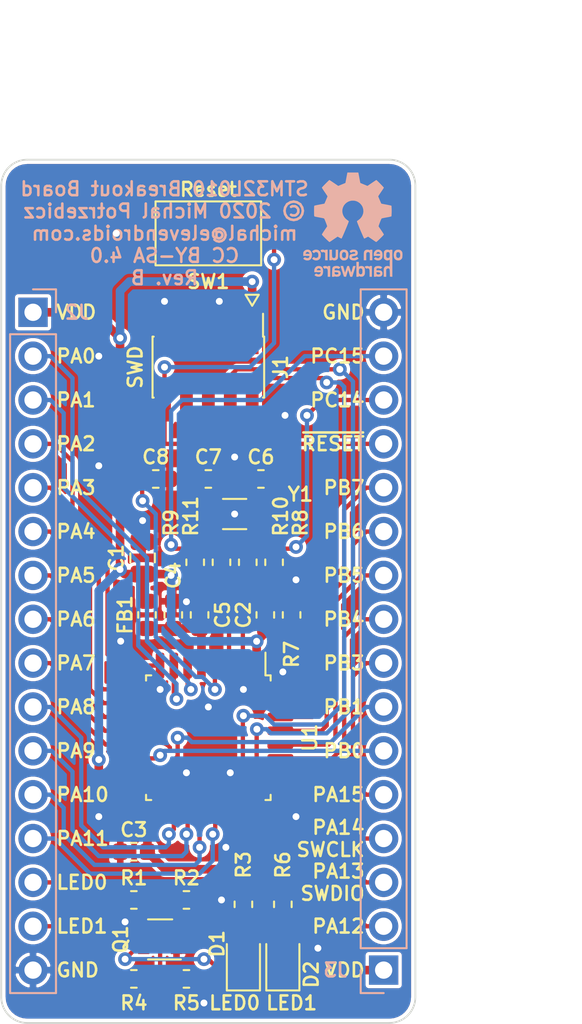
<source format=kicad_pcb>
(kicad_pcb (version 20171130) (host pcbnew 5.1.6)
  (title_block (title "STM32L010 Breakout Board") (date 2020-08-14) (rev B) (comment 1 "other STM32L0 and STM32L4 chips in LQFP-32 packages") (comment 2 "Universal STM32L010 breakout board compatible also with") (comment 3 "Michal Potrzebicz <michal@elevendroids.com>") (comment 4 "License: CC BY-SA 4.0"))
  (layers (0 F.Cu signal) (31 B.Cu signal) (34 B.Paste user) (35 F.Paste user) (36 B.SilkS user) (37 F.SilkS user) (38 B.Mask user) (39 F.Mask user) (44 Edge.Cuts user))
  (net 0 "")
  (net 1 GND)
  (net 2 VDD)
  (net 3 VDDA)
  (net 4 "Net-(C6-Pad1)")
  (net 5 "Net-(C7-Pad1)")
  (net 6 "Net-(D1-Pad2)")
  (net 7 "Net-(D1-Pad1)")
  (net 8 "Net-(D2-Pad2)")
  (net 9 "Net-(D2-Pad1)")
  (net 10 /~RESET)
  (net 11 "Net-(J1-Pad8)")
  (net 12 "Net-(J1-Pad7)")
  (net 13 "Net-(J1-Pad6)")
  (net 14 /PA14_SWCLK)
  (net 15 /PA13_SWDIO)
  (net 16 /LED1)
  (net 17 /LED0)
  (net 18 /PA11)
  (net 19 /PA10)
  (net 20 /PA9)
  (net 21 /PA8)
  (net 22 /PA7)
  (net 23 /PA6)
  (net 24 /PA5)
  (net 25 /PA4)
  (net 26 /PA3)
  (net 27 /PA2)
  (net 28 /PA1)
  (net 29 /PA0)
  (net 30 /PB7)
  (net 31 /PB6)
  (net 32 /PB5)
  (net 33 /PB4)
  (net 34 /PB3)
  (net 35 /PB1)
  (net 36 /PB0)
  (net 37 /PA15)
  (net 38 /PA12)
  (net 39 /PC15)
  (net 40 /PC14)
  (net 41 "Net-(Q1-Pad2)")
  (net 42 "Net-(Q1-Pad5)")
  (net 43 "Net-(R7-Pad1)")
  (net 44 /PC14_OSC32IN)
  (net 45 /PC15_OSC32OUT)
  (module Resistor_SMD:R_0603_1608Metric (layer F.Cu) (at 127.762 99.568 90)
    (fp_text reference R11 (at 2.667 -1.778 90) (layer F.SilkS) (effects (font (size 0.8 0.8))))
    (fp_text value 0R hide)
    (pad 2 smd roundrect (at 0.7875 0 90) (size 0.875 0.95) (layers F.Cu F.Paste F.Mask) (net 5 "Net-(C7-Pad1)"))
    (pad 1 smd roundrect (at -0.7875 0 90) (size 0.875 0.95) (layers F.Cu F.Paste F.Mask) (net 45 /PC15_OSC32OUT))
  )
  (module Resistor_SMD:R_0603_1608Metric (layer F.Cu) (at 129.286 99.568 90)
    (fp_text reference R10 (at 2.667 1.905 90) (layer F.SilkS) (effects (font (size 0.8 0.8))))
    (fp_text value 0R hide)
    (pad 2 smd roundrect (at 0.7875 0 90) (size 0.875 0.95) (layers F.Cu F.Paste F.Mask) (net 4 "Net-(C6-Pad1)"))
    (pad 1 smd roundrect (at -0.7875 0 90) (size 0.875 0.95) (layers F.Cu F.Paste F.Mask) (net 44 /PC14_OSC32IN))
  )
  (module Resistor_SMD:R_0603_1608Metric (layer F.Cu) (at 126.238 99.568 270)
    (fp_text reference R9 (at -2.286 1.397 270) (layer F.SilkS) (effects (font (size 0.8 0.8))))
    (fp_text value 0R hide)
    (pad 2 smd roundrect (at 0.7875 0 270) (size 0.875 0.95) (layers F.Cu F.Paste F.Mask) (net 45 /PC15_OSC32OUT))
    (pad 1 smd roundrect (at -0.7875 0 270) (size 0.875 0.95) (layers F.Cu F.Paste F.Mask) (net 39 /PC15))
  )
  (module Resistor_SMD:R_0603_1608Metric (layer F.Cu) (at 130.81 99.568 270)
    (fp_text reference R8 (at -2.286 -1.524 90) (layer F.SilkS) (effects (font (size 0.8 0.8))))
    (fp_text value 0R hide)
    (pad 2 smd roundrect (at 0.7875 0 270) (size 0.875 0.95) (layers F.Cu F.Paste F.Mask) (net 44 /PC14_OSC32IN))
    (pad 1 smd roundrect (at -0.7875 0 270) (size 0.875 0.95) (layers F.Cu F.Paste F.Mask) (net 40 /PC14))
  )
  (module Symbol:OSHW-Logo_5.7x6mm_SilkScreen (layer B.Cu) (at 135.382 80.01 180)
    (fp_text reference "#LOGO1" hide)
    (fp_text value OSHW-Logo_5.7x6mm_SilkScreen hide)
  )
  (module Capacitor_SMD:C_0603_1608Metric (layer F.Cu) (at 122.682 116.332 180)
    (fp_text reference C3 (at 0 1.27) (layer F.SilkS) (effects (font (size 0.8 0.8))))
    (fp_text value 100n hide)
    (pad 2 smd roundrect (at 0.7875 0 180) (size 0.875 0.95) (layers F.Cu F.Paste F.Mask) (net 1 GND))
    (pad 1 smd roundrect (at -0.7875 0 180) (size 0.875 0.95) (layers F.Cu F.Paste F.Mask) (net 2 VDD))
  )
  (module Button_Switch_SMD:SW_SPST_CK_RS282G05A3 (layer F.Cu) (at 127 80.518)
    (fp_text reference SW1 (at 0 2.794) (layer F.SilkS) (effects (font (size 0.8 0.8))))
    (fp_text value Reset (at 0 -2.54) (layer F.SilkS) (effects (font (size 0.8 0.8))))
    (pad 2 smd rect (at 3.9 0) (size 1.5 1.5) (layers F.Cu F.Paste F.Mask) (net 10 /~RESET))
    (pad 1 smd rect (at -3.9 0) (size 1.5 1.5) (layers F.Cu F.Paste F.Mask) (net 1 GND))
  )
  (module Capacitor_SMD:C_0603_1608Metric (layer F.Cu) (at 123.952 94.742)
    (fp_text reference C8 (at 0 -1.27) (layer F.SilkS) (effects (font (size 0.8 0.8))))
    (fp_text value 100n hide)
    (pad 2 smd roundrect (at 0.7875 0) (size 0.875 0.95) (layers F.Cu F.Paste F.Mask) (net 1 GND))
    (pad 1 smd roundrect (at -0.7875 0) (size 0.875 0.95) (layers F.Cu F.Paste F.Mask) (net 10 /~RESET))
  )
  (module Resistor_SMD:R_0603_1608Metric (layer F.Cu) (at 131.826 102.616 90)
    (fp_text reference R7 (at -2.286 0 90) (layer F.SilkS) (effects (font (size 0.8 0.8))))
    (fp_text value 10k hide)
    (pad 2 smd roundrect (at 0.7875 0 90) (size 0.875 0.95) (layers F.Cu F.Paste F.Mask) (net 1 GND))
    (pad 1 smd roundrect (at -0.7875 0 90) (size 0.875 0.95) (layers F.Cu F.Paste F.Mask) (net 43 "Net-(R7-Pad1)"))
  )
  (module Crystal:Crystal_SMD_3215-2Pin_3.2x1.5mm (layer F.Cu) (at 128.524 96.774)
    (fp_text reference Y1 (at 3.81 -1.143) (layer F.SilkS) (effects (font (size 0.8 0.8))))
    (fp_text value 32.768kHz hide)
    (pad 1 smd rect (at 1.25 0) (size 1 1.8) (layers F.Cu F.Paste F.Mask) (net 4 "Net-(C6-Pad1)"))
    (pad 2 smd rect (at -1.25 0) (size 1 1.8) (layers F.Cu F.Paste F.Mask) (net 5 "Net-(C7-Pad1)"))
  )
  (module Package_QFP:LQFP-32_7x7mm_P0.8mm (layer F.Cu) (at 127 109.728 270)
    (fp_text reference U1 (at 0 -5.88 90) (layer F.SilkS) (effects (font (size 0.8 0.8))))
    (fp_text value STM32L010K8Tx hide)
    (pad 32 smd roundrect (at -2.8 -4.175 270) (size 0.5 1.5) (layers F.Cu F.Paste F.Mask) (net 1 GND))
    (pad 31 smd roundrect (at -2 -4.175 270) (size 0.5 1.5) (layers F.Cu F.Paste F.Mask) (net 43 "Net-(R7-Pad1)"))
    (pad 30 smd roundrect (at -1.2 -4.175 270) (size 0.5 1.5) (layers F.Cu F.Paste F.Mask) (net 30 /PB7))
    (pad 29 smd roundrect (at -0.4 -4.175 270) (size 0.5 1.5) (layers F.Cu F.Paste F.Mask) (net 31 /PB6))
    (pad 28 smd roundrect (at 0.4 -4.175 270) (size 0.5 1.5) (layers F.Cu F.Paste F.Mask) (net 32 /PB5))
    (pad 27 smd roundrect (at 1.2 -4.175 270) (size 0.5 1.5) (layers F.Cu F.Paste F.Mask) (net 33 /PB4))
    (pad 26 smd roundrect (at 2 -4.175 270) (size 0.5 1.5) (layers F.Cu F.Paste F.Mask) (net 34 /PB3))
    (pad 25 smd roundrect (at 2.8 -4.175 270) (size 0.5 1.5) (layers F.Cu F.Paste F.Mask) (net 37 /PA15))
    (pad 24 smd roundrect (at 4.175 -2.8 270) (size 1.5 0.5) (layers F.Cu F.Paste F.Mask) (net 14 /PA14_SWCLK))
    (pad 23 smd roundrect (at 4.175 -2 270) (size 1.5 0.5) (layers F.Cu F.Paste F.Mask) (net 15 /PA13_SWDIO))
    (pad 22 smd roundrect (at 4.175 -1.2 270) (size 1.5 0.5) (layers F.Cu F.Paste F.Mask) (net 38 /PA12))
    (pad 21 smd roundrect (at 4.175 -0.4 270) (size 1.5 0.5) (layers F.Cu F.Paste F.Mask) (net 18 /PA11))
    (pad 20 smd roundrect (at 4.175 0.4 270) (size 1.5 0.5) (layers F.Cu F.Paste F.Mask) (net 19 /PA10))
    (pad 19 smd roundrect (at 4.175 1.2 270) (size 1.5 0.5) (layers F.Cu F.Paste F.Mask) (net 20 /PA9))
    (pad 18 smd roundrect (at 4.175 2 270) (size 1.5 0.5) (layers F.Cu F.Paste F.Mask) (net 21 /PA8))
    (pad 17 smd roundrect (at 4.175 2.8 270) (size 1.5 0.5) (layers F.Cu F.Paste F.Mask) (net 2 VDD))
    (pad 16 smd roundrect (at 2.8 4.175 270) (size 0.5 1.5) (layers F.Cu F.Paste F.Mask) (net 1 GND))
    (pad 15 smd roundrect (at 2 4.175 270) (size 0.5 1.5) (layers F.Cu F.Paste F.Mask) (net 35 /PB1))
    (pad 14 smd roundrect (at 1.2 4.175 270) (size 0.5 1.5) (layers F.Cu F.Paste F.Mask) (net 36 /PB0))
    (pad 13 smd roundrect (at 0.4 4.175 270) (size 0.5 1.5) (layers F.Cu F.Paste F.Mask) (net 22 /PA7))
    (pad 12 smd roundrect (at -0.4 4.175 270) (size 0.5 1.5) (layers F.Cu F.Paste F.Mask) (net 23 /PA6))
    (pad 11 smd roundrect (at -1.2 4.175 270) (size 0.5 1.5) (layers F.Cu F.Paste F.Mask) (net 24 /PA5))
    (pad 10 smd roundrect (at -2 4.175 270) (size 0.5 1.5) (layers F.Cu F.Paste F.Mask) (net 25 /PA4))
    (pad 9 smd roundrect (at -2.8 4.175 270) (size 0.5 1.5) (layers F.Cu F.Paste F.Mask) (net 26 /PA3))
    (pad 8 smd roundrect (at -4.175 2.8 270) (size 1.5 0.5) (layers F.Cu F.Paste F.Mask) (net 27 /PA2))
    (pad 7 smd roundrect (at -4.175 2 270) (size 1.5 0.5) (layers F.Cu F.Paste F.Mask) (net 28 /PA1))
    (pad 6 smd roundrect (at -4.175 1.2 270) (size 1.5 0.5) (layers F.Cu F.Paste F.Mask) (net 29 /PA0))
    (pad 5 smd roundrect (at -4.175 0.4 270) (size 1.5 0.5) (layers F.Cu F.Paste F.Mask) (net 3 VDDA))
    (pad 4 smd roundrect (at -4.175 -0.4 270) (size 1.5 0.5) (layers F.Cu F.Paste F.Mask) (net 10 /~RESET))
    (pad 3 smd roundrect (at -4.175 -1.2 270) (size 1.5 0.5) (layers F.Cu F.Paste F.Mask) (net 45 /PC15_OSC32OUT))
    (pad 2 smd roundrect (at -4.175 -2 270) (size 1.5 0.5) (layers F.Cu F.Paste F.Mask) (net 44 /PC14_OSC32IN))
    (pad 1 smd roundrect (at -4.175 -2.8 270) (size 1.5 0.5) (layers F.Cu F.Paste F.Mask) (net 2 VDD))
  )
  (module Resistor_SMD:R_0603_1608Metric (layer F.Cu) (at 131.318 119.38 270)
    (fp_text reference R6 (at -2.286 0 90) (layer F.SilkS) (effects (font (size 0.8 0.8))))
    (fp_text value 330R hide)
    (pad 2 smd roundrect (at 0.7875 0 270) (size 0.875 0.95) (layers F.Cu F.Paste F.Mask) (net 8 "Net-(D2-Pad2)"))
    (pad 1 smd roundrect (at -0.7875 0 270) (size 0.875 0.95) (layers F.Cu F.Paste F.Mask) (net 2 VDD))
  )
  (module Resistor_SMD:R_0603_1608Metric (layer F.Cu) (at 125.73 123.698 180)
    (fp_text reference R5 (at 0 -1.397 180) (layer F.SilkS) (effects (font (size 0.8 0.8))))
    (fp_text value 100k hide)
    (pad 2 smd roundrect (at 0.7875 0 180) (size 0.875 0.95) (layers F.Cu F.Paste F.Mask) (net 42 "Net-(Q1-Pad5)"))
    (pad 1 smd roundrect (at -0.7875 0 180) (size 0.875 0.95) (layers F.Cu F.Paste F.Mask) (net 1 GND))
  )
  (module Resistor_SMD:R_0603_1608Metric (layer F.Cu) (at 122.682 123.698 180)
    (fp_text reference R4 (at 0 -1.397 180) (layer F.SilkS) (effects (font (size 0.8 0.8))))
    (fp_text value 47k hide)
    (pad 2 smd roundrect (at 0.7875 0 180) (size 0.875 0.95) (layers F.Cu F.Paste F.Mask) (net 16 /LED1))
    (pad 1 smd roundrect (at -0.7875 0 180) (size 0.875 0.95) (layers F.Cu F.Paste F.Mask) (net 42 "Net-(Q1-Pad5)"))
  )
  (module Resistor_SMD:R_0603_1608Metric (layer F.Cu) (at 129.032 119.38 270)
    (fp_text reference R3 (at -2.286 0 90) (layer F.SilkS) (effects (font (size 0.8 0.8))))
    (fp_text value 330R hide)
    (pad 2 smd roundrect (at 0.7875 0 270) (size 0.875 0.95) (layers F.Cu F.Paste F.Mask) (net 6 "Net-(D1-Pad2)"))
    (pad 1 smd roundrect (at -0.7875 0 270) (size 0.875 0.95) (layers F.Cu F.Paste F.Mask) (net 2 VDD))
  )
  (module Resistor_SMD:R_0603_1608Metric (layer F.Cu) (at 125.73 119.126 180)
    (fp_text reference R2 (at 0 1.27 180) (layer F.SilkS) (effects (font (size 0.8 0.8))))
    (fp_text value 100k hide)
    (pad 2 smd roundrect (at 0.7875 0 180) (size 0.875 0.95) (layers F.Cu F.Paste F.Mask) (net 41 "Net-(Q1-Pad2)"))
    (pad 1 smd roundrect (at -0.7875 0 180) (size 0.875 0.95) (layers F.Cu F.Paste F.Mask) (net 1 GND))
  )
  (module Resistor_SMD:R_0603_1608Metric (layer F.Cu) (at 122.682 119.126 180)
    (fp_text reference R1 (at 0 1.27 180) (layer F.SilkS) (effects (font (size 0.8 0.8))))
    (fp_text value 47k hide)
    (pad 2 smd roundrect (at 0.7875 0 180) (size 0.875 0.95) (layers F.Cu F.Paste F.Mask) (net 17 /LED0))
    (pad 1 smd roundrect (at -0.7875 0 180) (size 0.875 0.95) (layers F.Cu F.Paste F.Mask) (net 41 "Net-(Q1-Pad2)"))
  )
  (module Package_TO_SOT_SMD:SOT-363_SC-70-6 (layer F.Cu) (at 124.206 121.412 180)
    (fp_text reference Q1 (at 2.286 0 90) (layer F.SilkS) (effects (font (size 0.8 0.8))))
    (fp_text value BC847CDW1 hide)
    (pad 6 smd rect (at 0.95 -0.65 180) (size 0.65 0.4) (layers F.Cu F.Paste F.Mask) (net 7 "Net-(D1-Pad1)"))
    (pad 4 smd rect (at 0.95 0.65 180) (size 0.65 0.4) (layers F.Cu F.Paste F.Mask) (net 1 GND))
    (pad 2 smd rect (at -0.95 0 180) (size 0.65 0.4) (layers F.Cu F.Paste F.Mask) (net 41 "Net-(Q1-Pad2)"))
    (pad 5 smd rect (at 0.95 0 180) (size 0.65 0.4) (layers F.Cu F.Paste F.Mask) (net 42 "Net-(Q1-Pad5)"))
    (pad 3 smd rect (at -0.95 0.65 180) (size 0.65 0.4) (layers F.Cu F.Paste F.Mask) (net 9 "Net-(D2-Pad1)"))
    (pad 1 smd rect (at -0.95 -0.65 180) (size 0.65 0.4) (layers F.Cu F.Paste F.Mask) (net 1 GND))
  )
  (module Connector_PinHeader_2.54mm:PinHeader_1x16_P2.54mm_Vertical (layer B.Cu) (at 137.16 123.19)
    (fp_text reference J3 (at -2.794 0) (layer B.SilkS) (effects (font (size 0.8 0.8)) (justify mirror)))
    (fp_text value Right hide)
    (pad 16 thru_hole oval (at 0 -38.1) (size 1.7 1.7) (drill 1) (layers *.Cu *.Mask) (net 1 GND))
    (pad 15 thru_hole oval (at 0 -35.56) (size 1.7 1.7) (drill 1) (layers *.Cu *.Mask) (net 39 /PC15))
    (pad 14 thru_hole oval (at 0 -33.02) (size 1.7 1.7) (drill 1) (layers *.Cu *.Mask) (net 40 /PC14))
    (pad 13 thru_hole oval (at 0 -30.48) (size 1.7 1.7) (drill 1) (layers *.Cu *.Mask) (net 10 /~RESET))
    (pad 12 thru_hole oval (at 0 -27.94) (size 1.7 1.7) (drill 1) (layers *.Cu *.Mask) (net 30 /PB7))
    (pad 11 thru_hole oval (at 0 -25.4) (size 1.7 1.7) (drill 1) (layers *.Cu *.Mask) (net 31 /PB6))
    (pad 10 thru_hole oval (at 0 -22.86) (size 1.7 1.7) (drill 1) (layers *.Cu *.Mask) (net 32 /PB5))
    (pad 9 thru_hole oval (at 0 -20.32) (size 1.7 1.7) (drill 1) (layers *.Cu *.Mask) (net 33 /PB4))
    (pad 8 thru_hole oval (at 0 -17.78) (size 1.7 1.7) (drill 1) (layers *.Cu *.Mask) (net 34 /PB3))
    (pad 7 thru_hole oval (at 0 -15.24) (size 1.7 1.7) (drill 1) (layers *.Cu *.Mask) (net 35 /PB1))
    (pad 6 thru_hole oval (at 0 -12.7) (size 1.7 1.7) (drill 1) (layers *.Cu *.Mask) (net 36 /PB0))
    (pad 5 thru_hole oval (at 0 -10.16) (size 1.7 1.7) (drill 1) (layers *.Cu *.Mask) (net 37 /PA15))
    (pad 4 thru_hole oval (at 0 -7.62) (size 1.7 1.7) (drill 1) (layers *.Cu *.Mask) (net 14 /PA14_SWCLK))
    (pad 3 thru_hole oval (at 0 -5.08) (size 1.7 1.7) (drill 1) (layers *.Cu *.Mask) (net 15 /PA13_SWDIO))
    (pad 2 thru_hole oval (at 0 -2.54) (size 1.7 1.7) (drill 1) (layers *.Cu *.Mask) (net 38 /PA12))
    (pad 1 thru_hole rect (at 0 0) (size 1.7 1.7) (drill 1) (layers *.Cu *.Mask) (net 2 VDD))
  )
  (module Connector_PinHeader_2.54mm:PinHeader_1x16_P2.54mm_Vertical (layer B.Cu) (at 116.84 85.09 180)
    (fp_text reference J2 (at -2.54 0) (layer B.SilkS) (effects (font (size 0.8 0.8)) (justify mirror)))
    (fp_text value Left hide)
    (pad 16 thru_hole oval (at 0 -38.1 180) (size 1.7 1.7) (drill 1) (layers *.Cu *.Mask) (net 1 GND))
    (pad 15 thru_hole oval (at 0 -35.56 180) (size 1.7 1.7) (drill 1) (layers *.Cu *.Mask) (net 16 /LED1))
    (pad 14 thru_hole oval (at 0 -33.02 180) (size 1.7 1.7) (drill 1) (layers *.Cu *.Mask) (net 17 /LED0))
    (pad 13 thru_hole oval (at 0 -30.48 180) (size 1.7 1.7) (drill 1) (layers *.Cu *.Mask) (net 18 /PA11))
    (pad 12 thru_hole oval (at 0 -27.94 180) (size 1.7 1.7) (drill 1) (layers *.Cu *.Mask) (net 19 /PA10))
    (pad 11 thru_hole oval (at 0 -25.4 180) (size 1.7 1.7) (drill 1) (layers *.Cu *.Mask) (net 20 /PA9))
    (pad 10 thru_hole oval (at 0 -22.86 180) (size 1.7 1.7) (drill 1) (layers *.Cu *.Mask) (net 21 /PA8))
    (pad 9 thru_hole oval (at 0 -20.32 180) (size 1.7 1.7) (drill 1) (layers *.Cu *.Mask) (net 22 /PA7))
    (pad 8 thru_hole oval (at 0 -17.78 180) (size 1.7 1.7) (drill 1) (layers *.Cu *.Mask) (net 23 /PA6))
    (pad 7 thru_hole oval (at 0 -15.24 180) (size 1.7 1.7) (drill 1) (layers *.Cu *.Mask) (net 24 /PA5))
    (pad 6 thru_hole oval (at 0 -12.7 180) (size 1.7 1.7) (drill 1) (layers *.Cu *.Mask) (net 25 /PA4))
    (pad 5 thru_hole oval (at 0 -10.16 180) (size 1.7 1.7) (drill 1) (layers *.Cu *.Mask) (net 26 /PA3))
    (pad 4 thru_hole oval (at 0 -7.62 180) (size 1.7 1.7) (drill 1) (layers *.Cu *.Mask) (net 27 /PA2))
    (pad 3 thru_hole oval (at 0 -5.08 180) (size 1.7 1.7) (drill 1) (layers *.Cu *.Mask) (net 28 /PA1))
    (pad 2 thru_hole oval (at 0 -2.54 180) (size 1.7 1.7) (drill 1) (layers *.Cu *.Mask) (net 29 /PA0))
    (pad 1 thru_hole rect (at 0 0 180) (size 1.7 1.7) (drill 1) (layers *.Cu *.Mask) (net 2 VDD))
  )
  (module Connector_PinHeader_1.27mm:PinHeader_2x05_P1.27mm_Vertical_SMD (layer F.Cu) (at 127 88.265 270)
    (fp_text reference J1 (at 0 -4.191 90) (layer F.SilkS) (effects (font (size 0.8 0.8))))
    (fp_text value SWD (at 0 4.235 90) (layer F.SilkS) (effects (font (size 0.8 0.8))))
    (pad 10 smd rect (at 1.95 2.54 270) (size 2.4 0.74) (layers F.Cu F.Paste F.Mask) (net 10 /~RESET))
    (pad 9 smd rect (at -1.95 2.54 270) (size 2.4 0.74) (layers F.Cu F.Paste F.Mask) (net 1 GND))
    (pad 8 smd rect (at 1.95 1.27 270) (size 2.4 0.74) (layers F.Cu F.Paste F.Mask) (net 11 "Net-(J1-Pad8)"))
    (pad 7 smd rect (at -1.95 1.27 270) (size 2.4 0.74) (layers F.Cu F.Paste F.Mask) (net 12 "Net-(J1-Pad7)"))
    (pad 6 smd rect (at 1.95 0 270) (size 2.4 0.74) (layers F.Cu F.Paste F.Mask) (net 13 "Net-(J1-Pad6)"))
    (pad 5 smd rect (at -1.95 0 270) (size 2.4 0.74) (layers F.Cu F.Paste F.Mask) (net 1 GND))
    (pad 4 smd rect (at 1.95 -1.27 270) (size 2.4 0.74) (layers F.Cu F.Paste F.Mask) (net 14 /PA14_SWCLK))
    (pad 3 smd rect (at -1.95 -1.27 270) (size 2.4 0.74) (layers F.Cu F.Paste F.Mask) (net 1 GND))
    (pad 2 smd rect (at 1.95 -2.54 270) (size 2.4 0.74) (layers F.Cu F.Paste F.Mask) (net 15 /PA13_SWDIO))
    (pad 1 smd rect (at -1.95 -2.54 270) (size 2.4 0.74) (layers F.Cu F.Paste F.Mask) (net 2 VDD))
  )
  (module Inductor_SMD:L_0603_1608Metric (layer F.Cu) (at 123.444 102.616 90)
    (fp_text reference FB1 (at 0 -1.27 90) (layer F.SilkS) (effects (font (size 0.8 0.8))))
    (fp_text value Bead hide)
    (pad 2 smd roundrect (at 0.7875 0 90) (size 0.875 0.95) (layers F.Cu F.Paste F.Mask) (net 2 VDD))
    (pad 1 smd roundrect (at -0.7875 0 90) (size 0.875 0.95) (layers F.Cu F.Paste F.Mask) (net 3 VDDA))
  )
  (module LED_SMD:LED_0805_2012Metric (layer F.Cu) (at 131.318 122.682 90)
    (fp_text reference D2 (at -0.762 1.651 90) (layer F.SilkS) (effects (font (size 0.8 0.8))))
    (fp_text value LED1 (at -2.413 0.508 180) (layer F.SilkS) (effects (font (size 0.8 0.8))))
    (pad 2 smd roundrect (at 0.9375 0 90) (size 0.975 1.4) (layers F.Cu F.Paste F.Mask) (net 8 "Net-(D2-Pad2)"))
    (pad 1 smd roundrect (at -0.9375 0 90) (size 0.975 1.4) (layers F.Cu F.Paste F.Mask) (net 9 "Net-(D2-Pad1)"))
  )
  (module LED_SMD:LED_0805_2012Metric (layer F.Cu) (at 129.032 122.682 90)
    (fp_text reference D1 (at 1.016 -1.524 270) (layer F.SilkS) (effects (font (size 0.8 0.8))))
    (fp_text value LED0 (at -2.413 -0.508 180) (layer F.SilkS) (effects (font (size 0.8 0.8))))
    (pad 2 smd roundrect (at 0.9375 0 90) (size 0.975 1.4) (layers F.Cu F.Paste F.Mask) (net 6 "Net-(D1-Pad2)"))
    (pad 1 smd roundrect (at -0.9375 0 90) (size 0.975 1.4) (layers F.Cu F.Paste F.Mask) (net 7 "Net-(D1-Pad1)"))
  )
  (module Capacitor_SMD:C_0603_1608Metric (layer F.Cu) (at 127 94.742)
    (fp_text reference C7 (at 0 -1.27 180) (layer F.SilkS) (effects (font (size 0.8 0.8))))
    (fp_text value 12p* hide)
    (pad 2 smd roundrect (at 0.7875 0) (size 0.875 0.95) (layers F.Cu F.Paste F.Mask) (net 1 GND))
    (pad 1 smd roundrect (at -0.7875 0) (size 0.875 0.95) (layers F.Cu F.Paste F.Mask) (net 5 "Net-(C7-Pad1)"))
  )
  (module Capacitor_SMD:C_0603_1608Metric (layer F.Cu) (at 130.048 94.742 180)
    (fp_text reference C6 (at 0 1.27 180) (layer F.SilkS) (effects (font (size 0.8 0.8))))
    (fp_text value 12p* hide)
    (pad 2 smd roundrect (at 0.7875 0 180) (size 0.875 0.95) (layers F.Cu F.Paste F.Mask) (net 1 GND))
    (pad 1 smd roundrect (at -0.7875 0 180) (size 0.875 0.95) (layers F.Cu F.Paste F.Mask) (net 4 "Net-(C6-Pad1)"))
  )
  (module Capacitor_SMD:C_0603_1608Metric (layer F.Cu) (at 126.492 102.616 90)
    (fp_text reference C5 (at 0 1.3335 90) (layer F.SilkS) (effects (font (size 0.8 0.8))))
    (fp_text value 100n hide)
    (pad 2 smd roundrect (at 0.7875 0 90) (size 0.875 0.95) (layers F.Cu F.Paste F.Mask) (net 1 GND))
    (pad 1 smd roundrect (at -0.7875 0 90) (size 0.875 0.95) (layers F.Cu F.Paste F.Mask) (net 3 VDDA))
  )
  (module Capacitor_SMD:C_0603_1608Metric (layer F.Cu) (at 124.968 102.616 90)
    (fp_text reference C4 (at 2.286 0 90) (layer F.SilkS) (effects (font (size 0.8 0.8))))
    (fp_text value 1u hide)
    (pad 2 smd roundrect (at 0.7875 0 90) (size 0.875 0.95) (layers F.Cu F.Paste F.Mask) (net 1 GND))
    (pad 1 smd roundrect (at -0.7875 0 90) (size 0.875 0.95) (layers F.Cu F.Paste F.Mask) (net 3 VDDA))
  )
  (module Capacitor_SMD:C_0603_1608Metric (layer F.Cu) (at 130.302 102.616 90)
    (fp_text reference C2 (at 0 -1.27 90) (layer F.SilkS) (effects (font (size 0.8 0.8))))
    (fp_text value 100n hide)
    (pad 2 smd roundrect (at 0.7875 0 90) (size 0.875 0.95) (layers F.Cu F.Paste F.Mask) (net 1 GND))
    (pad 1 smd roundrect (at -0.7875 0 90) (size 0.875 0.95) (layers F.Cu F.Paste F.Mask) (net 2 VDD))
  )
  (module Capacitor_SMD:C_0805_2012Metric (layer F.Cu) (at 123.19 99.314 90)
    (fp_text reference C1 (at 0 -1.524 90) (layer F.SilkS) (effects (font (size 0.8 0.8))))
    (fp_text value 10u hide)
    (pad 2 smd roundrect (at 0.9375 0 90) (size 0.975 1.4) (layers F.Cu F.Paste F.Mask) (net 1 GND))
    (pad 1 smd roundrect (at -0.9375 0 90) (size 0.975 1.4) (layers F.Cu F.Paste F.Mask) (net 2 VDD))
  )
  (gr_arc (start 116.5 77.75) (end 116.5 76.25) (angle -90) (layer Edge.Cuts) (width 0.1))
  (gr_arc (start 137.5 77.75) (end 139 77.75) (angle -90) (layer Edge.Cuts) (width 0.1))
  (gr_arc (start 116.5 124.75) (end 115 124.75) (angle -90) (layer Edge.Cuts) (width 0.1))
  (gr_arc (start 137.5 124.75) (end 137.5 126.25) (angle -90) (layer Edge.Cuts) (width 0.1))
  (gr_line (start 129.54 84.709) (end 129.921 84.074) (layer F.SilkS) (width 0.12))
  (gr_line (start 129.159 84.074) (end 129.54 84.709) (layer F.SilkS) (width 0.12))
  (gr_line (start 129.921 84.074) (end 129.159 84.074) (layer F.SilkS) (width 0.12))
  (gr_text "STM32L010 Breakout Board\n© 2020 Michal Potrzebicz\nmichal@elevendroids.com\nCC BY-SA 4.0\nRev. B" (at 124.46 80.518) (layer B.SilkS) (effects (font (size 0.8 0.8)) (justify mirror)))
  (gr_text VDD (at 136.144 123.19) (layer F.SilkS) (effects (font (size 0.8 0.8)) (justify right)))
  (gr_text PA12 (at 136.144 120.65) (layer F.SilkS) (effects (font (size 0.8 0.8)) (justify right)))
  (gr_text "PA13\nSWDIO" (at 136.144 118.11) (layer F.SilkS) (effects (font (size 0.8 0.8)) (justify right)))
  (gr_text "PA14\nSWCLK" (at 136.144 115.57) (layer F.SilkS) (effects (font (size 0.8 0.8)) (justify right)))
  (gr_text PA15 (at 136.144 113.03) (layer F.SilkS) (effects (font (size 0.8 0.8)) (justify right)))
  (gr_text PB0 (at 136.144 110.49) (layer F.SilkS) (effects (font (size 0.8 0.8)) (justify right)))
  (gr_text PB1 (at 136.144 107.95) (layer F.SilkS) (effects (font (size 0.8 0.8)) (justify right)))
  (gr_text PB3 (at 136.144 105.41) (layer F.SilkS) (effects (font (size 0.8 0.8)) (justify right)))
  (gr_text PB4 (at 136.144 102.87) (layer F.SilkS) (effects (font (size 0.8 0.8)) (justify right)))
  (gr_text PB5 (at 136.144 100.33) (layer F.SilkS) (effects (font (size 0.8 0.8)) (justify right)))
  (gr_text PB6 (at 136.144 97.79) (layer F.SilkS) (effects (font (size 0.8 0.8)) (justify right)))
  (gr_text PB7 (at 136.144 95.25) (layer F.SilkS) (effects (font (size 0.8 0.8)) (justify right)))
  (gr_text ~RESET (at 136.144 92.71) (layer F.SilkS) (effects (font (size 0.8 0.8)) (justify right)))
  (gr_text PC14 (at 136.144 90.17) (layer F.SilkS) (effects (font (size 0.8 0.8)) (justify right)))
  (gr_text PC15 (at 136.144 87.63) (layer F.SilkS) (effects (font (size 0.8 0.8)) (justify right)))
  (gr_text GND (at 136.144 85.09) (layer F.SilkS) (effects (font (size 0.8 0.8)) (justify right)))
  (gr_text GND (at 118.11 123.19) (layer F.SilkS) (effects (font (size 0.8 0.8)) (justify left)))
  (gr_text LED1 (at 118.11 120.65) (layer F.SilkS) (effects (font (size 0.8 0.8)) (justify left)))
  (gr_text LED0 (at 118.11 118.11) (layer F.SilkS) (effects (font (size 0.8 0.8)) (justify left)))
  (gr_text PA11 (at 118.11 115.57) (layer F.SilkS) (effects (font (size 0.8 0.8)) (justify left)))
  (gr_text PA10 (at 118.11 113.03) (layer F.SilkS) (effects (font (size 0.8 0.8)) (justify left)))
  (gr_text PA9 (at 118.11 110.49) (layer F.SilkS) (effects (font (size 0.8 0.8)) (justify left)))
  (gr_text PA8 (at 118.11 107.95) (layer F.SilkS) (effects (font (size 0.8 0.8)) (justify left)))
  (gr_text PA7 (at 118.11 105.41) (layer F.SilkS) (effects (font (size 0.8 0.8)) (justify left)))
  (gr_text PA6 (at 118.11 102.87) (layer F.SilkS) (effects (font (size 0.8 0.8)) (justify left)))
  (gr_text PA5 (at 118.11 100.33) (layer F.SilkS) (effects (font (size 0.8 0.8)) (justify left)))
  (gr_text PA4 (at 118.11 97.79) (layer F.SilkS) (effects (font (size 0.8 0.8)) (justify left)))
  (gr_text PA3 (at 118.11 95.25) (layer F.SilkS) (effects (font (size 0.8 0.8)) (justify left)))
  (gr_text PA2 (at 118.11 92.71) (layer F.SilkS) (effects (font (size 0.8 0.8)) (justify left)))
  (gr_text PA1 (at 118.11 90.17) (layer F.SilkS) (effects (font (size 0.8 0.8)) (justify left)))
  (gr_text PA0 (at 118.11 87.63) (layer F.SilkS) (effects (font (size 0.8 0.8)) (justify left)))
  (gr_text VDD (at 118.11 85.09) (layer F.SilkS) (effects (font (size 0.8 0.8)) (justify left)))
  (gr_line (start 115 124.75) (end 115 77.75) (layer Edge.Cuts) (width 0.1))
  (gr_line (start 137.5 126.25) (end 116.5 126.25) (layer Edge.Cuts) (width 0.1))
  (gr_line (start 139 77.75) (end 139 124.75) (layer Edge.Cuts) (width 0.1))
  (gr_line (start 116.5 76.25) (end 137.5 76.25) (layer Edge.Cuts) (width 0.1))
  (via (at 132.08 100.584) (size 0.8) (drill 0.4) (layers F.Cu B.Cu) (net 1))
  (via (at 125.73 111.76) (size 0.8) (drill 0.4) (layers F.Cu B.Cu) (net 1))
  (via (at 129.032 106.934) (size 0.8) (drill 0.4) (layers F.Cu B.Cu) (net 1))
  (via (at 127.635 84.455) (size 0.8) (drill 0.4) (layers F.Cu B.Cu) (net 1))
  (via (at 124.46 84.455) (size 0.8) (drill 0.4) (layers F.Cu B.Cu) (net 1))
  (via (at 123.19 97.155) (size 0.8) (drill 0.4) (layers F.Cu B.Cu) (net 1))
  (via (at 125.73 101.854) (size 0.8) (drill 0.4) (layers F.Cu B.Cu) (net 1))
  (via (at 131.318 105.918) (size 0.8) (drill 0.4) (layers F.Cu B.Cu) (net 1))
  (via (at 128.016 116.078) (size 0.8) (drill 0.4) (layers F.Cu B.Cu) (net 1))
  (via (at 133.35 121.92) (size 0.8) (drill 0.4) (layers F.Cu B.Cu) (net 1))
  (via (at 121.666 80.518) (size 0.8) (drill 0.4) (layers F.Cu B.Cu) (net 1))
  (via (at 120.65 114.3) (size 0.8) (drill 0.4) (layers F.Cu B.Cu) (net 1))
  (via (at 120.65 87.63) (size 0.8) (drill 0.4) (layers F.Cu B.Cu) (net 1))
  (via (at 120.65 93.98) (size 0.8) (drill 0.4) (layers F.Cu B.Cu) (net 1))
  (via (at 132.08 114.3) (size 0.8) (drill 0.4) (layers F.Cu B.Cu) (net 1))
  (via (at 121.92 104.14) (size 0.8) (drill 0.4) (layers F.Cu B.Cu) (net 1))
  (via (at 128.524 93.472) (size 0.8) (drill 0.4) (layers F.Cu B.Cu) (net 1))
  (via (at 127 107.95) (size 0.8) (drill 0.4) (layers F.Cu B.Cu) (net 1))
  (via (at 128.524 96.774) (size 0.8) (drill 0.4) (layers F.Cu B.Cu) (net 1))
  (via (at 127.762 119.126) (size 0.8) (drill 0.4) (layers F.Cu B.Cu) (net 1))
  (via (at 126.746 125.095) (size 0.8) (drill 0.4) (layers F.Cu B.Cu) (net 1))
  (via (at 122.174 120.396) (size 0.8) (drill 0.4) (layers F.Cu B.Cu) (net 1))
  (via (at 131.445 91.059) (size 0.8) (drill 0.4) (layers F.Cu B.Cu) (net 1))
  (via (at 128.27 111.76) (size 0.8) (drill 0.4) (layers F.Cu B.Cu) (net 1))
  (via (at 124.206 106.934) (size 0.8) (drill 0.4) (layers F.Cu B.Cu) (net 1))
  (segment (start 123.19 101.5745) (end 123.444 101.8285) (width 0.5) (layer F.Cu) (net 2))
  (via (at 120.65 110.998) (size 0.8) (drill 0.4) (layers F.Cu B.Cu) (net 2))
  (segment (start 120.65 113.03) (end 120.65 110.998) (width 0.5) (layer F.Cu) (net 2))
  (segment (start 121.523 113.903) (end 120.65 113.03) (width 0.5) (layer F.Cu) (net 2))
  (segment (start 123.19 100.965) (end 123.19 101.5745) (width 0.5) (layer F.Cu) (net 2))
  (segment (start 123.19 100.2515) (end 123.19 100.965) (width 0.5) (layer F.Cu) (net 2))
  (segment (start 123.587 113.903) (end 121.523 113.903) (width 0.5) (layer F.Cu) (net 2))
  (segment (start 124.2 113.903) (end 123.587 113.903) (width 0.5) (layer F.Cu) (net 2))
  (segment (start 129.8 104.4) (end 129.8 105.553) (width 0.5) (layer F.Cu) (net 2))
  (segment (start 129.8 104.146) (end 129.8 104.146) (width 0.5) (layer F.Cu) (net 2))
  (segment (start 130.302 103.644) (end 129.8 104.146) (width 0.5) (layer F.Cu) (net 2))
  (segment (start 130.302 103.4035) (end 130.302 103.644) (width 0.5) (layer F.Cu) (net 2))
  (segment (start 123.4695 114.0205) (end 123.587 113.903) (width 0.5) (layer F.Cu) (net 2))
  (segment (start 123.4695 116.332) (end 123.4695 114.0205) (width 0.5) (layer F.Cu) (net 2))
  (segment (start 131.318 118.5925) (end 129.032 118.5925) (width 0.5) (layer F.Cu) (net 2))
  (segment (start 129.032 118.5925) (end 127.7875 117.348) (width 0.5) (layer F.Cu) (net 2))
  (segment (start 124.4855 117.348) (end 123.4695 116.332) (width 0.5) (layer F.Cu) (net 2))
  (segment (start 127.7875 117.348) (end 124.4855 117.348) (width 0.5) (layer F.Cu) (net 2))
  (segment (start 129.8 104.146) (end 129.8 104.4) (width 0.5) (layer F.Cu) (net 2))
  (via (at 129.8 104.146) (size 0.8) (drill 0.4) (layers F.Cu B.Cu) (net 2))
  (segment (start 129.8 104.146) (end 125.863 104.146) (width 0.5) (layer B.Cu) (net 2))
  (via (at 124.841 100.33) (size 0.8) (drill 0.4) (layers F.Cu B.Cu) (net 2))
  (segment (start 120.396 85.09) (end 116.84 85.09) (width 0.5) (layer F.Cu) (net 2))
  (segment (start 121.883 86.577) (end 120.396 85.09) (width 0.5) (layer F.Cu) (net 2))
  (via (at 129.54 83.312) (size 0.8) (drill 0.4) (layers F.Cu B.Cu) (net 2))
  (segment (start 129.54 86.315) (end 129.54 83.312) (width 0.5) (layer F.Cu) (net 2))
  (segment (start 129.54 83.312) (end 122.428 83.312) (width 0.5) (layer B.Cu) (net 2))
  (via (at 121.883 86.577) (size 0.8) (drill 0.4) (layers F.Cu B.Cu) (net 2))
  (segment (start 121.883 83.857) (end 121.883 86.577) (width 0.5) (layer B.Cu) (net 2))
  (segment (start 122.428 83.312) (end 121.883 83.857) (width 0.5) (layer B.Cu) (net 2))
  (segment (start 124.7625 100.2515) (end 124.841 100.33) (width 0.5) (layer F.Cu) (net 2))
  (segment (start 123.19 100.2515) (end 124.7625 100.2515) (width 0.5) (layer F.Cu) (net 2))
  (segment (start 124.841 103.124) (end 124.841 100.33) (width 0.5) (layer B.Cu) (net 2))
  (segment (start 125.863 104.146) (end 124.841 103.124) (width 0.5) (layer B.Cu) (net 2))
  (segment (start 121.883 99.986) (end 121.883 86.577) (width 0.5) (layer F.Cu) (net 2))
  (via (at 121.883 99.986) (size 0.8) (drill 0.4) (layers F.Cu B.Cu) (net 2))
  (segment (start 122.1485 100.2515) (end 121.883 99.986) (width 0.5) (layer F.Cu) (net 2))
  (segment (start 123.19 100.2515) (end 122.1485 100.2515) (width 0.5) (layer F.Cu) (net 2))
  (segment (start 120.65 101.219) (end 121.883 99.986) (width 0.5) (layer B.Cu) (net 2))
  (segment (start 120.65 110.998) (end 120.65 101.219) (width 0.5) (layer B.Cu) (net 2))
  (segment (start 137.16 123.19) (end 135.636 123.19) (width 0.5) (layer F.Cu) (net 2))
  (segment (start 135.636 123.19) (end 134.366 121.92) (width 0.5) (layer F.Cu) (net 2))
  (segment (start 134.366 121.92) (end 134.366 120.396) (width 0.5) (layer F.Cu) (net 2))
  (segment (start 132.5625 118.5925) (end 131.318 118.5925) (width 0.5) (layer F.Cu) (net 2))
  (segment (start 134.366 120.396) (end 132.5625 118.5925) (width 0.5) (layer F.Cu) (net 2))
  (segment (start 123.444 103.4035) (end 124.968 103.4035) (width 0.5) (layer F.Cu) (net 3))
  (segment (start 124.968 103.4035) (end 126.492 103.4035) (width 0.5) (layer F.Cu) (net 3))
  (segment (start 126.6 103.5115) (end 126.492 103.4035) (width 0.5) (layer F.Cu) (net 3))
  (segment (start 126.6 105.553) (end 126.6 103.5115) (width 0.5) (layer F.Cu) (net 3))
  (segment (start 130.8355 96.3675) (end 130.8355 94.742) (width 0.25) (layer F.Cu) (net 4))
  (segment (start 130.429 96.774) (end 130.8355 96.3675) (width 0.25) (layer F.Cu) (net 4))
  (segment (start 129.774 96.774) (end 130.429 96.774) (width 0.25) (layer F.Cu) (net 4))
  (segment (start 129.774 98.2925) (end 129.286 98.7805) (width 0.25) (layer F.Cu) (net 4))
  (segment (start 129.774 96.774) (end 129.774 98.2925) (width 0.25) (layer F.Cu) (net 4))
  (segment (start 127.274 96.774) (end 126.619 96.774) (width 0.25) (layer F.Cu) (net 5))
  (segment (start 126.2125 96.3675) (end 126.2125 94.742) (width 0.25) (layer F.Cu) (net 5))
  (segment (start 126.619 96.774) (end 126.2125 96.3675) (width 0.25) (layer F.Cu) (net 5))
  (segment (start 127.274 98.2925) (end 127.762 98.7805) (width 0.25) (layer F.Cu) (net 5))
  (segment (start 127.274 96.774) (end 127.274 98.2925) (width 0.25) (layer F.Cu) (net 5))
  (segment (start 129.032 120.1675) (end 129.032 121.7445) (width 0.25) (layer F.Cu) (net 6))
  (via (at 122.174 122.555) (size 0.8) (drill 0.4) (layers F.Cu B.Cu) (net 7))
  (segment (start 122.667 122.062) (end 122.174 122.555) (width 0.25) (layer F.Cu) (net 7))
  (segment (start 123.256 122.062) (end 122.667 122.062) (width 0.25) (layer F.Cu) (net 7))
  (segment (start 128.06309 123.6195) (end 129.032 123.6195) (width 0.25) (layer F.Cu) (net 7))
  (segment (start 126.99859 122.555) (end 128.06309 123.6195) (width 0.25) (layer F.Cu) (net 7))
  (segment (start 126.746 122.555) (end 126.99859 122.555) (width 0.25) (layer F.Cu) (net 7))
  (segment (start 122.174 122.555) (end 126.746 122.555) (width 0.25) (layer B.Cu) (net 7))
  (via (at 126.746 122.555) (size 0.8) (drill 0.4) (layers F.Cu B.Cu) (net 7))
  (segment (start 131.318 120.1675) (end 131.318 121.7445) (width 0.25) (layer F.Cu) (net 8))
  (segment (start 125.156 120.762) (end 126.858 120.762) (width 0.25) (layer F.Cu) (net 9))
  (segment (start 127.508 121.412) (end 127.508 122.047) (width 0.25) (layer F.Cu) (net 9))
  (segment (start 126.858 120.762) (end 127.508 121.412) (width 0.25) (layer F.Cu) (net 9))
  (segment (start 127.508 122.047) (end 128.143 122.682) (width 0.25) (layer F.Cu) (net 9))
  (segment (start 128.143 122.682) (end 131.064 122.682) (width 0.25) (layer F.Cu) (net 9))
  (segment (start 131.318 122.936) (end 131.318 123.6195) (width 0.25) (layer F.Cu) (net 9))
  (segment (start 131.064 122.682) (end 131.318 122.936) (width 0.25) (layer F.Cu) (net 9))
  (via (at 124.46 88.265) (size 0.8) (drill 0.4) (layers F.Cu B.Cu) (net 10))
  (segment (start 124.46 90.215) (end 124.46 88.265) (width 0.25) (layer F.Cu) (net 10))
  (segment (start 124.46 88.265) (end 129.413 88.265) (width 0.25) (layer B.Cu) (net 10))
  (via (at 130.81 82.042) (size 0.8) (drill 0.4) (layers F.Cu B.Cu) (net 10))
  (segment (start 130.81 86.868) (end 130.81 82.042) (width 0.25) (layer B.Cu) (net 10))
  (segment (start 129.413 88.265) (end 130.81 86.868) (width 0.25) (layer B.Cu) (net 10))
  (segment (start 130.81 80.608) (end 130.9 80.518) (width 0.25) (layer F.Cu) (net 10))
  (segment (start 130.81 82.042) (end 130.81 80.608) (width 0.25) (layer F.Cu) (net 10))
  (via (at 123.19 96.012) (size 0.8) (drill 0.4) (layers F.Cu B.Cu) (net 10))
  (segment (start 123.1645 95.9865) (end 123.19 96.012) (width 0.25) (layer F.Cu) (net 10))
  (segment (start 123.1645 94.742) (end 123.1645 95.9865) (width 0.25) (layer F.Cu) (net 10))
  (segment (start 123.19 96.012) (end 123.952 96.774) (width 0.25) (layer B.Cu) (net 10))
  (segment (start 123.952 96.774) (end 123.952 103.886) (width 0.25) (layer B.Cu) (net 10))
  (via (at 127.381 106.934) (size 0.8) (drill 0.4) (layers F.Cu B.Cu) (net 10))
  (segment (start 127.381 105.572) (end 127.4 105.553) (width 0.25) (layer F.Cu) (net 10))
  (segment (start 127.381 106.934) (end 127.381 105.572) (width 0.25) (layer F.Cu) (net 10))
  (segment (start 126.655999 106.208999) (end 127.381 106.934) (width 0.25) (layer B.Cu) (net 10))
  (segment (start 126.274999 106.208999) (end 126.655999 106.208999) (width 0.25) (layer B.Cu) (net 10))
  (segment (start 123.952 103.886) (end 126.274999 106.208999) (width 0.25) (layer B.Cu) (net 10))
  (segment (start 123.1645 93.2435) (end 123.1645 94.742) (width 0.25) (layer F.Cu) (net 10))
  (segment (start 123.698 92.71) (end 123.1645 93.2435) (width 0.25) (layer F.Cu) (net 10))
  (segment (start 124.46 92.71) (end 123.698 92.71) (width 0.25) (layer F.Cu) (net 10))
  (segment (start 124.46 90.215) (end 124.46 92.71) (width 0.25) (layer F.Cu) (net 10))
  (segment (start 137.16 92.71) (end 124.46 92.71) (width 0.25) (layer F.Cu) (net 10))
  (segment (start 129.8 113.903) (end 129.8 115.068) (width 0.25) (layer F.Cu) (net 14))
  (segment (start 129.8 115.068) (end 130.302 115.57) (width 0.25) (layer F.Cu) (net 14))
  (segment (start 130.302 115.57) (end 137.16 115.57) (width 0.25) (layer F.Cu) (net 14))
  (via (at 129.81342 109.235508) (size 0.8) (drill 0.4) (layers F.Cu B.Cu) (net 14))
  (segment (start 129.8 109.248928) (end 129.81342 109.235508) (width 0.25) (layer F.Cu) (net 14))
  (segment (start 129.8 113.903) (end 129.8 109.248928) (width 0.25) (layer F.Cu) (net 14))
  (segment (start 130.617597 109.474) (end 133.858 109.474) (width 0.25) (layer B.Cu) (net 14))
  (segment (start 130.379105 109.235508) (end 130.617597 109.474) (width 0.25) (layer B.Cu) (net 14))
  (segment (start 129.81342 109.235508) (end 130.379105 109.235508) (width 0.25) (layer B.Cu) (net 14))
  (segment (start 133.858 109.474) (end 135.382 107.95) (width 0.25) (layer B.Cu) (net 14))
  (via (at 134.62 88.392) (size 0.8) (drill 0.4) (layers F.Cu B.Cu) (net 14))
  (segment (start 134.677002 88.392) (end 134.62 88.392) (width 0.25) (layer B.Cu) (net 14))
  (segment (start 135.382 89.096998) (end 134.677002 88.392) (width 0.25) (layer B.Cu) (net 14))
  (segment (start 135.382 107.95) (end 135.382 89.096998) (width 0.25) (layer B.Cu) (net 14))
  (segment (start 128.27 88.773) (end 128.27 90.215) (width 0.25) (layer F.Cu) (net 14))
  (segment (start 128.651 88.392) (end 128.27 88.773) (width 0.25) (layer F.Cu) (net 14))
  (segment (start 134.62 88.392) (end 128.651 88.392) (width 0.25) (layer F.Cu) (net 14))
  (segment (start 136.144 118.11) (end 137.16 118.11) (width 0.25) (layer F.Cu) (net 15))
  (segment (start 135.382 117.348) (end 136.144 118.11) (width 0.25) (layer F.Cu) (net 15))
  (segment (start 135.382 116.586) (end 135.382 117.348) (width 0.25) (layer F.Cu) (net 15))
  (segment (start 134.874 116.078) (end 135.382 116.586) (width 0.25) (layer F.Cu) (net 15))
  (segment (start 130.048 116.078) (end 134.874 116.078) (width 0.25) (layer F.Cu) (net 15))
  (segment (start 129 115.062) (end 130.048 116.078) (width 0.25) (layer F.Cu) (net 15))
  (segment (start 129 113.903) (end 129 115.062) (width 0.25) (layer F.Cu) (net 15))
  (via (at 129.032 108.458) (size 0.8) (drill 0.4) (layers F.Cu B.Cu) (net 15))
  (segment (start 129 108.49) (end 129.032 108.458) (width 0.25) (layer F.Cu) (net 15))
  (segment (start 129 113.903) (end 129 108.49) (width 0.25) (layer F.Cu) (net 15))
  (via (at 133.858 89.154) (size 0.8) (drill 0.4) (layers F.Cu B.Cu) (net 15))
  (segment (start 129.54 90.215) (end 129.54 89.535) (width 0.25) (layer F.Cu) (net 15))
  (segment (start 129.54 89.535) (end 130.175 88.9) (width 0.25) (layer F.Cu) (net 15))
  (segment (start 133.604 88.9) (end 133.858 89.154) (width 0.25) (layer F.Cu) (net 15))
  (segment (start 130.175 88.9) (end 133.604 88.9) (width 0.25) (layer F.Cu) (net 15))
  (segment (start 134.62 89.154) (end 133.858 89.154) (width 0.25) (layer B.Cu) (net 15))
  (segment (start 134.874 107.696) (end 134.874 89.408) (width 0.25) (layer B.Cu) (net 15))
  (segment (start 134.874 89.408) (end 134.62 89.154) (width 0.25) (layer B.Cu) (net 15))
  (segment (start 133.604 108.966) (end 134.874 107.696) (width 0.25) (layer B.Cu) (net 15))
  (segment (start 130.81 108.966) (end 133.604 108.966) (width 0.25) (layer B.Cu) (net 15))
  (segment (start 130.302 108.458) (end 130.81 108.966) (width 0.25) (layer B.Cu) (net 15))
  (segment (start 129.032 108.458) (end 130.302 108.458) (width 0.25) (layer B.Cu) (net 15))
  (segment (start 121.8945 123.698) (end 121.031 123.698) (width 0.25) (layer F.Cu) (net 16))
  (segment (start 117.983 120.65) (end 116.84 120.65) (width 0.25) (layer F.Cu) (net 16))
  (segment (start 121.031 123.698) (end 117.983 120.65) (width 0.25) (layer F.Cu) (net 16))
  (segment (start 121.8945 119.126) (end 118.999 119.126) (width 0.25) (layer F.Cu) (net 17))
  (segment (start 117.983 118.11) (end 116.84 118.11) (width 0.25) (layer F.Cu) (net 17))
  (segment (start 118.999 119.126) (end 117.983 118.11) (width 0.25) (layer F.Cu) (net 17))
  (segment (start 116.84 115.57) (end 118.11 115.57) (width 0.25) (layer B.Cu) (net 18))
  (segment (start 118.11 115.57) (end 120.142 117.602) (width 0.25) (layer B.Cu) (net 18))
  (segment (start 120.142 117.602) (end 125.73 117.602) (width 0.25) (layer B.Cu) (net 18))
  (segment (start 125.73 117.602) (end 126.492 117.602) (width 0.25) (layer B.Cu) (net 18))
  (via (at 127.254 115.316) (size 0.8) (drill 0.4) (layers F.Cu B.Cu) (net 18))
  (segment (start 127.254 116.84) (end 127.254 115.316) (width 0.25) (layer B.Cu) (net 18))
  (segment (start 126.492 117.602) (end 127.254 116.84) (width 0.25) (layer B.Cu) (net 18))
  (segment (start 127.4 115.17) (end 127.254 115.316) (width 0.25) (layer F.Cu) (net 18))
  (segment (start 127.4 113.903) (end 127.4 115.17) (width 0.25) (layer F.Cu) (net 18))
  (via (at 126.492 116.078) (size 0.8) (drill 0.4) (layers F.Cu B.Cu) (net 19))
  (segment (start 126.492 114.011) (end 126.492 116.078) (width 0.25) (layer F.Cu) (net 19))
  (segment (start 126.6 113.903) (end 126.492 114.011) (width 0.25) (layer F.Cu) (net 19))
  (segment (start 118.618 113.792) (end 117.856 113.03) (width 0.25) (layer B.Cu) (net 19))
  (segment (start 117.856 113.03) (end 116.84 113.03) (width 0.25) (layer B.Cu) (net 19))
  (segment (start 118.618 115.316) (end 118.618 113.792) (width 0.25) (layer B.Cu) (net 19))
  (segment (start 126.492 116.078) (end 126.492 116.84) (width 0.25) (layer B.Cu) (net 19))
  (segment (start 126.492 116.84) (end 126.238 117.094) (width 0.25) (layer B.Cu) (net 19))
  (segment (start 126.238 117.094) (end 120.396 117.094) (width 0.25) (layer B.Cu) (net 19))
  (segment (start 120.396 117.094) (end 118.618 115.316) (width 0.25) (layer B.Cu) (net 19))
  (via (at 125.73 115.316) (size 0.8) (drill 0.4) (layers F.Cu B.Cu) (net 20))
  (segment (start 125.8 115.246) (end 125.73 115.316) (width 0.25) (layer F.Cu) (net 20))
  (segment (start 125.8 113.903) (end 125.8 115.246) (width 0.25) (layer F.Cu) (net 20))
  (segment (start 125.73 116.332) (end 125.73 115.316) (width 0.25) (layer B.Cu) (net 20))
  (segment (start 125.476 116.586) (end 125.73 116.332) (width 0.25) (layer B.Cu) (net 20))
  (segment (start 120.65 116.586) (end 125.476 116.586) (width 0.25) (layer B.Cu) (net 20))
  (segment (start 120.65 116.586) (end 119.126 115.062) (width 0.25) (layer B.Cu) (net 20))
  (segment (start 119.126 115.062) (end 119.126 111.6965) (width 0.25) (layer B.Cu) (net 20))
  (segment (start 117.9195 110.49) (end 116.84 110.49) (width 0.25) (layer B.Cu) (net 20))
  (segment (start 119.126 111.6965) (end 117.9195 110.49) (width 0.25) (layer B.Cu) (net 20))
  (via (at 124.714 115.316) (size 0.8) (drill 0.4) (layers F.Cu B.Cu) (net 21))
  (segment (start 125 115.03) (end 124.714 115.316) (width 0.25) (layer F.Cu) (net 21))
  (segment (start 125 113.903) (end 125 115.03) (width 0.25) (layer F.Cu) (net 21))
  (segment (start 117.856 107.95) (end 116.84 107.95) (width 0.25) (layer B.Cu) (net 21))
  (segment (start 119.634 109.728) (end 117.856 107.95) (width 0.25) (layer B.Cu) (net 21))
  (segment (start 119.634 114.808) (end 119.634 109.728) (width 0.25) (layer B.Cu) (net 21))
  (segment (start 124.5235 116.078) (end 120.904 116.078) (width 0.25) (layer B.Cu) (net 21))
  (segment (start 124.714 115.8875) (end 124.5235 116.078) (width 0.25) (layer B.Cu) (net 21))
  (segment (start 120.904 116.078) (end 119.634 114.808) (width 0.25) (layer B.Cu) (net 21))
  (segment (start 124.714 115.316) (end 124.714 115.8875) (width 0.25) (layer B.Cu) (net 21))
  (segment (start 117.856 105.41) (end 116.84 105.41) (width 0.25) (layer F.Cu) (net 22))
  (segment (start 118.618 106.172) (end 117.856 105.41) (width 0.25) (layer F.Cu) (net 22))
  (segment (start 118.618 106.172) (end 118.618 107.696) (width 0.25) (layer F.Cu) (net 22))
  (segment (start 121.05 110.128) (end 122.825 110.128) (width 0.25) (layer F.Cu) (net 22))
  (segment (start 118.618 107.696) (end 121.05 110.128) (width 0.25) (layer F.Cu) (net 22))
  (segment (start 117.856 102.87) (end 116.84 102.87) (width 0.25) (layer F.Cu) (net 23))
  (segment (start 119.126 104.14) (end 117.856 102.87) (width 0.25) (layer F.Cu) (net 23))
  (segment (start 119.126 107.442) (end 119.126 104.14) (width 0.25) (layer F.Cu) (net 23))
  (segment (start 121.012 109.328) (end 119.126 107.442) (width 0.25) (layer F.Cu) (net 23))
  (segment (start 122.825 109.328) (end 121.012 109.328) (width 0.25) (layer F.Cu) (net 23))
  (segment (start 122.825 108.528) (end 120.974 108.528) (width 0.25) (layer F.Cu) (net 24))
  (segment (start 120.974 108.528) (end 119.634 107.188) (width 0.25) (layer F.Cu) (net 24))
  (segment (start 119.634 107.188) (end 119.634 102.108) (width 0.25) (layer F.Cu) (net 24))
  (segment (start 117.856 100.33) (end 116.84 100.33) (width 0.25) (layer F.Cu) (net 24))
  (segment (start 119.634 102.108) (end 117.856 100.33) (width 0.25) (layer F.Cu) (net 24))
  (segment (start 122.825 107.728) (end 120.936 107.728) (width 0.25) (layer F.Cu) (net 25))
  (segment (start 120.936 107.728) (end 120.142 106.934) (width 0.25) (layer F.Cu) (net 25))
  (segment (start 120.142 106.934) (end 120.142 100.076) (width 0.25) (layer F.Cu) (net 25))
  (segment (start 120.142 100.076) (end 117.856 97.79) (width 0.25) (layer F.Cu) (net 25))
  (segment (start 117.856 97.79) (end 116.84 97.79) (width 0.25) (layer F.Cu) (net 25))
  (segment (start 117.856 95.25) (end 116.84 95.25) (width 0.25) (layer F.Cu) (net 26))
  (segment (start 118.618 96.012) (end 117.856 95.25) (width 0.25) (layer F.Cu) (net 26))
  (segment (start 118.618 97.79) (end 118.618 96.012) (width 0.25) (layer F.Cu) (net 26))
  (segment (start 120.65 99.822) (end 118.618 97.79) (width 0.25) (layer F.Cu) (net 26))
  (segment (start 120.65 106.68) (end 120.65 99.822) (width 0.25) (layer F.Cu) (net 26))
  (segment (start 120.898 106.928) (end 120.65 106.68) (width 0.25) (layer F.Cu) (net 26))
  (segment (start 122.825 106.928) (end 120.898 106.928) (width 0.25) (layer F.Cu) (net 26))
  (segment (start 124.2 105.553) (end 121.809 105.553) (width 0.25) (layer F.Cu) (net 27))
  (segment (start 121.809 105.553) (end 121.158 104.902) (width 0.25) (layer F.Cu) (net 27))
  (segment (start 121.158 104.902) (end 121.158 99.568) (width 0.25) (layer F.Cu) (net 27))
  (segment (start 121.158 99.568) (end 119.126 97.536) (width 0.25) (layer F.Cu) (net 27))
  (segment (start 119.126 97.536) (end 119.126 93.726) (width 0.25) (layer F.Cu) (net 27))
  (segment (start 119.126 93.726) (end 118.11 92.71) (width 0.25) (layer F.Cu) (net 27))
  (segment (start 118.11 92.71) (end 116.84 92.71) (width 0.25) (layer F.Cu) (net 27))
  (via (at 125.151949 107.488701) (size 0.8) (drill 0.4) (layers F.Cu B.Cu) (net 28))
  (segment (start 125 107.336752) (end 125.151949 107.488701) (width 0.25) (layer F.Cu) (net 28))
  (segment (start 125 105.553) (end 125 107.336752) (width 0.25) (layer F.Cu) (net 28))
  (segment (start 117.856 90.17) (end 116.84 90.17) (width 0.25) (layer B.Cu) (net 28))
  (segment (start 118.618 90.932) (end 117.856 90.17) (width 0.25) (layer B.Cu) (net 28))
  (segment (start 118.618 95.25) (end 118.618 90.932) (width 0.25) (layer B.Cu) (net 28))
  (segment (start 122.936 99.568) (end 118.618 95.25) (width 0.25) (layer B.Cu) (net 28))
  (segment (start 122.936 104.394) (end 122.936 99.568) (width 0.25) (layer B.Cu) (net 28))
  (segment (start 125.151949 106.609949) (end 122.936 104.394) (width 0.25) (layer B.Cu) (net 28))
  (segment (start 125.151949 107.488701) (end 125.151949 106.609949) (width 0.25) (layer B.Cu) (net 28))
  (segment (start 125.8 106.75) (end 125.984 106.934) (width 0.25) (layer F.Cu) (net 29))
  (via (at 125.984 106.934) (size 0.8) (drill 0.4) (layers F.Cu B.Cu) (net 29))
  (segment (start 125.8 105.553) (end 125.8 106.75) (width 0.25) (layer F.Cu) (net 29))
  (segment (start 117.856 87.63) (end 116.84 87.63) (width 0.25) (layer B.Cu) (net 29))
  (segment (start 119.126 88.9) (end 117.856 87.63) (width 0.25) (layer B.Cu) (net 29))
  (segment (start 119.126 94.996) (end 119.126 88.9) (width 0.25) (layer B.Cu) (net 29))
  (segment (start 125.984 106.934) (end 125.984 106.68) (width 0.25) (layer B.Cu) (net 29))
  (segment (start 125.984 106.68) (end 123.444 104.14) (width 0.25) (layer B.Cu) (net 29))
  (segment (start 123.444 104.14) (end 123.444 99.314) (width 0.25) (layer B.Cu) (net 29))
  (segment (start 123.444 99.314) (end 119.126 94.996) (width 0.25) (layer B.Cu) (net 29))
  (segment (start 136.144 95.25) (end 137.16 95.25) (width 0.25) (layer F.Cu) (net 30))
  (segment (start 134.874 96.52) (end 136.144 95.25) (width 0.25) (layer F.Cu) (net 30))
  (segment (start 134.874 99.822) (end 134.874 96.52) (width 0.25) (layer F.Cu) (net 30))
  (segment (start 133.026 108.528) (end 133.35 108.204) (width 0.25) (layer F.Cu) (net 30))
  (segment (start 131.175 108.528) (end 133.026 108.528) (width 0.25) (layer F.Cu) (net 30))
  (segment (start 133.35 108.204) (end 133.35 101.346) (width 0.25) (layer F.Cu) (net 30))
  (segment (start 133.35 101.346) (end 134.874 99.822) (width 0.25) (layer F.Cu) (net 30))
  (segment (start 135.382 98.552) (end 136.144 97.79) (width 0.25) (layer F.Cu) (net 31))
  (segment (start 136.144 97.79) (end 137.16 97.79) (width 0.25) (layer F.Cu) (net 31))
  (segment (start 135.382 100.076) (end 135.382 98.552) (width 0.25) (layer F.Cu) (net 31))
  (segment (start 131.175 109.328) (end 133.5595 109.328) (width 0.25) (layer F.Cu) (net 31))
  (segment (start 133.5595 109.328) (end 133.858 109.0295) (width 0.25) (layer F.Cu) (net 31))
  (segment (start 133.858 101.6) (end 135.382 100.076) (width 0.25) (layer F.Cu) (net 31))
  (segment (start 133.858 109.0295) (end 133.858 101.6) (width 0.25) (layer F.Cu) (net 31))
  (segment (start 135.89 100.33) (end 137.16 100.33) (width 0.25) (layer F.Cu) (net 32))
  (segment (start 134.366 101.854) (end 135.89 100.33) (width 0.25) (layer F.Cu) (net 32))
  (segment (start 134.366 109.728) (end 134.366 101.854) (width 0.25) (layer F.Cu) (net 32))
  (segment (start 133.966 110.128) (end 134.366 109.728) (width 0.25) (layer F.Cu) (net 32))
  (segment (start 131.175 110.128) (end 133.966 110.128) (width 0.25) (layer F.Cu) (net 32))
  (segment (start 131.175 110.928) (end 134.182 110.928) (width 0.25) (layer F.Cu) (net 33))
  (segment (start 134.182 110.928) (end 134.874 110.236) (width 0.25) (layer F.Cu) (net 33))
  (segment (start 134.874 110.236) (end 134.874 103.886) (width 0.25) (layer F.Cu) (net 33))
  (segment (start 135.89 102.87) (end 137.16 102.87) (width 0.25) (layer F.Cu) (net 33))
  (segment (start 134.874 103.886) (end 135.89 102.87) (width 0.25) (layer F.Cu) (net 33))
  (segment (start 131.175 111.728) (end 134.398 111.728) (width 0.25) (layer F.Cu) (net 34))
  (segment (start 134.398 111.728) (end 135.382 110.744) (width 0.25) (layer F.Cu) (net 34))
  (segment (start 135.382 110.744) (end 135.382 106.172) (width 0.25) (layer F.Cu) (net 34))
  (segment (start 136.144 105.41) (end 137.16 105.41) (width 0.25) (layer F.Cu) (net 34))
  (segment (start 135.382 106.172) (end 136.144 105.41) (width 0.25) (layer F.Cu) (net 34))
  (via (at 125.222 109.728) (size 0.8) (drill 0.4) (layers F.Cu B.Cu) (net 35))
  (segment (start 125.222 110.801002) (end 125.222 109.728) (width 0.25) (layer F.Cu) (net 35))
  (segment (start 124.295002 111.728) (end 125.222 110.801002) (width 0.25) (layer F.Cu) (net 35))
  (segment (start 122.825 111.728) (end 124.295002 111.728) (width 0.25) (layer F.Cu) (net 35))
  (segment (start 136.144 107.95) (end 137.16 107.95) (width 0.25) (layer B.Cu) (net 35))
  (segment (start 125.787685 109.728) (end 126.041685 109.982) (width 0.25) (layer B.Cu) (net 35))
  (segment (start 125.222 109.728) (end 125.787685 109.728) (width 0.25) (layer B.Cu) (net 35))
  (segment (start 134.112 109.982) (end 136.144 107.95) (width 0.25) (layer B.Cu) (net 35))
  (segment (start 126.041685 109.982) (end 134.112 109.982) (width 0.25) (layer B.Cu) (net 35))
  (via (at 124.206 110.744) (size 0.8) (drill 0.4) (layers F.Cu B.Cu) (net 36))
  (segment (start 124.022 110.928) (end 124.206 110.744) (width 0.25) (layer F.Cu) (net 36))
  (segment (start 122.825 110.928) (end 124.022 110.928) (width 0.25) (layer F.Cu) (net 36))
  (segment (start 124.46 110.49) (end 124.206 110.744) (width 0.25) (layer B.Cu) (net 36))
  (segment (start 137.16 110.49) (end 124.46 110.49) (width 0.25) (layer B.Cu) (net 36))
  (segment (start 131.175 112.528) (end 135.642 112.528) (width 0.25) (layer F.Cu) (net 37))
  (segment (start 136.144 113.03) (end 137.16 113.03) (width 0.25) (layer F.Cu) (net 37))
  (segment (start 135.642 112.528) (end 136.144 113.03) (width 0.25) (layer F.Cu) (net 37))
  (segment (start 128.2 113.903) (end 128.2 114.992) (width 0.25) (layer F.Cu) (net 38))
  (segment (start 128.2 114.992) (end 129.794 116.586) (width 0.25) (layer F.Cu) (net 38))
  (segment (start 129.794 116.586) (end 134.62 116.586) (width 0.25) (layer F.Cu) (net 38))
  (segment (start 134.62 116.586) (end 134.874 116.84) (width 0.25) (layer F.Cu) (net 38))
  (segment (start 134.874 116.84) (end 134.874 119.38) (width 0.25) (layer F.Cu) (net 38))
  (segment (start 136.144 120.65) (end 137.16 120.65) (width 0.25) (layer F.Cu) (net 38))
  (segment (start 134.874 119.38) (end 136.144 120.65) (width 0.25) (layer F.Cu) (net 38))
  (segment (start 130.048 90.17) (end 132.588 87.63) (width 0.25) (layer B.Cu) (net 39))
  (segment (start 125.476 90.17) (end 130.048 90.17) (width 0.25) (layer B.Cu) (net 39))
  (segment (start 132.588 87.63) (end 137.16 87.63) (width 0.25) (layer B.Cu) (net 39))
  (via (at 124.841 98.552) (size 0.8) (drill 0.4) (layers F.Cu B.Cu) (net 39))
  (segment (start 125.0695 98.7805) (end 124.841 98.552) (width 0.25) (layer F.Cu) (net 39))
  (segment (start 126.238 98.7805) (end 125.0695 98.7805) (width 0.25) (layer F.Cu) (net 39))
  (segment (start 124.841 90.805) (end 125.476 90.17) (width 0.25) (layer B.Cu) (net 39))
  (segment (start 124.841 98.552) (end 124.841 90.805) (width 0.25) (layer B.Cu) (net 39))
  (via (at 132.08 98.679) (size 0.8) (drill 0.4) (layers F.Cu B.Cu) (net 40))
  (segment (start 131.9785 98.7805) (end 132.08 98.679) (width 0.25) (layer F.Cu) (net 40))
  (segment (start 130.81 98.7805) (end 131.9785 98.7805) (width 0.25) (layer F.Cu) (net 40))
  (segment (start 132.08 98.679) (end 132.715 98.044) (width 0.25) (layer B.Cu) (net 40))
  (segment (start 132.715 98.044) (end 132.715 91.059) (width 0.25) (layer B.Cu) (net 40))
  (segment (start 132.715 91.059) (end 132.715 91.059) (width 0.25) (layer B.Cu) (net 40))
  (via (at 132.715 91.059) (size 0.8) (drill 0.4) (layers F.Cu B.Cu) (net 40))
  (segment (start 133.604 90.17) (end 137.16 90.17) (width 0.25) (layer F.Cu) (net 40))
  (segment (start 132.715 91.059) (end 133.604 90.17) (width 0.25) (layer F.Cu) (net 40))
  (segment (start 124.581 121.412) (end 124.206 121.037) (width 0.25) (layer F.Cu) (net 41))
  (segment (start 125.156 121.412) (end 124.581 121.412) (width 0.25) (layer F.Cu) (net 41))
  (segment (start 124.206 119.126) (end 124.9425 119.126) (width 0.25) (layer F.Cu) (net 41))
  (segment (start 124.206 121.037) (end 124.206 119.126) (width 0.25) (layer F.Cu) (net 41))
  (segment (start 123.4695 119.126) (end 124.206 119.126) (width 0.25) (layer F.Cu) (net 41))
  (segment (start 124.206 121.787) (end 124.206 123.698) (width 0.25) (layer F.Cu) (net 42))
  (segment (start 123.831 121.412) (end 124.206 121.787) (width 0.25) (layer F.Cu) (net 42))
  (segment (start 123.256 121.412) (end 123.831 121.412) (width 0.25) (layer F.Cu) (net 42))
  (segment (start 124.206 123.698) (end 123.4695 123.698) (width 0.25) (layer F.Cu) (net 42))
  (segment (start 124.9425 123.698) (end 124.206 123.698) (width 0.25) (layer F.Cu) (net 42))
  (segment (start 132.556 107.728) (end 131.175 107.728) (width 0.25) (layer F.Cu) (net 43))
  (segment (start 132.842 107.442) (end 132.556 107.728) (width 0.25) (layer F.Cu) (net 43))
  (segment (start 132.842 107.442) (end 132.842 105.156) (width 0.25) (layer F.Cu) (net 43))
  (segment (start 131.826 104.14) (end 131.826 103.4035) (width 0.25) (layer F.Cu) (net 43))
  (segment (start 132.842 105.156) (end 131.826 104.14) (width 0.25) (layer F.Cu) (net 43))
  (segment (start 129.286 100.3555) (end 130.81 100.3555) (width 0.25) (layer F.Cu) (net 44))
  (segment (start 129 100.6415) (end 129 105.553) (width 0.25) (layer F.Cu) (net 44))
  (segment (start 129.286 100.3555) (end 129 100.6415) (width 0.25) (layer F.Cu) (net 44))
  (segment (start 126.238 100.3555) (end 127.762 100.3555) (width 0.25) (layer F.Cu) (net 45))
  (segment (start 128.2 100.7935) (end 128.2 105.553) (width 0.25) (layer F.Cu) (net 45))
  (segment (start 127.762 100.3555) (end 128.2 100.7935) (width 0.25) (layer F.Cu) (net 45))
  (zone (net 1) (net_name GND) (layer F.Cu) (connect_pads (clearance 0.2)) (min_thickness 0.16) (fill yes (arc_segments 32) (thermal_gap 0.2) (thermal_bridge_width 0.381))
    (polygon (pts (xy 139 126.25) (xy 115 126.25) (xy 115 76.25) (xy 139 76.25)))
  )
  (zone (net 1) (net_name GND) (layer B.Cu) (connect_pads (clearance 0.2)) (min_thickness 0.16) (fill yes (arc_segments 32) (thermal_gap 0.2) (thermal_bridge_width 0.381))
    (polygon (pts (xy 139 126.25) (xy 115 126.25) (xy 115 76.25) (xy 139 76.25)))
  )
)
</source>
